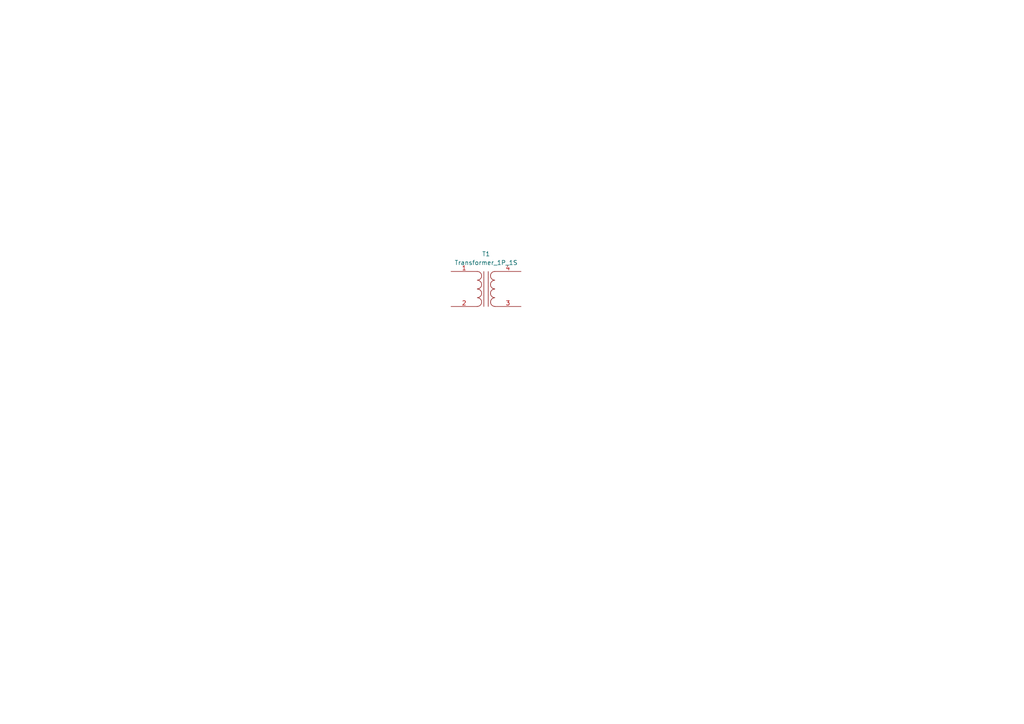
<source format=kicad_sch>
(kicad_sch (version 20231120) (generator "eeschema") (generator_version "8.0")
  (paper "A4")
  (lib_symbols
    (symbol "Device:Transformer_1P_1S" (pin_names (offset 1.016) hide)
      (property "Reference" "T" (at 0 6.35 0))
      (property "Value" "Transformer_1P_1S" (at 0 -7.62 0))
      (symbol "Transformer_1P_1S_0_1"
        (arc (start -2.54 -5.0546) (mid -1.6599 -4.6901) (end -1.27 -3.81))
        (arc (start -2.54 -2.5146) (mid -1.6599 -2.1501) (end -1.27 -1.27))
        (arc (start -2.54 0.0254) (mid -1.6599 0.3899) (end -1.27 1.27))
        (arc (start -2.54 2.5654) (mid -1.6599 2.9299) (end -1.27 3.81))
        (arc (start -1.27 -3.81) (mid -1.642 -2.912) (end -2.54 -2.54))
        (arc (start -1.27 -1.27) (mid -1.642 -0.372) (end -2.54 0))
        (arc (start -1.27 1.27) (mid -1.642 2.168) (end -2.54 2.54))
        (arc (start -1.27 3.81) (mid -1.642 4.708) (end -2.54 5.08))
        (polyline (pts (xy -0.635 5.08) (xy -0.635 -5.08)))
        (polyline (pts (xy 0.635 -5.08) (xy 0.635 5.08)))
        (arc (start 1.2954 -1.27) (mid 1.6599 -2.1501) (end 2.54 -2.5146))
        (arc (start 1.2954 1.27) (mid 1.6599 0.3899) (end 2.54 0.0254))
        (arc (start 1.2954 3.81) (mid 1.6599 2.9299) (end 2.54 2.5654))
        (arc (start 1.3208 -3.81) (mid 1.6853 -4.6901) (end 2.5654 -5.0546))
        (arc (start 2.54 0) (mid 1.642 -0.372) (end 1.2954 -1.27))
        (arc (start 2.54 2.54) (mid 1.642 2.168) (end 1.2954 1.27))
        (arc (start 2.54 5.08) (mid 1.642 4.708) (end 1.2954 3.81))
        (arc (start 2.5654 -2.54) (mid 1.6674 -2.912) (end 1.3208 -3.81))
      )
      (symbol "Transformer_1P_1S_1_1"
        (pin passive line (at -10.16 5.08 0) (length 7.62) (name "AA") (number "1"))
        (pin passive line (at -10.16 -5.08 0) (length 7.62) (name "AB") (number "2"))
        (pin passive line (at 10.16 -5.08 180) (length 7.62) (name "SA") (number "3"))
        (pin passive line (at 10.16 5.08 180) (length 7.62) (name "SB") (number "4"))
      )
    )
  )
  (symbol (lib_id "Device:Transformer_1P_1S") (at 140.97 83.82 0) (unit 1)
    (property "Reference" "T1" (at 140.9827 73.66 0))
    (property "Value" "Transformer_1P_1S" (at 140.9827 76.2 0))
    (property "Description" "Transformer, single primary, single secondary" (effects (hide yes)))
  )
)
</source>
